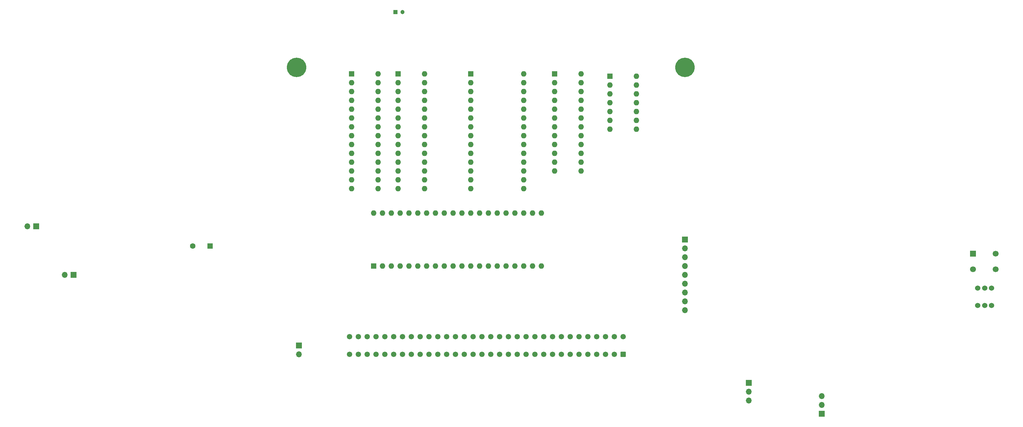
<source format=gbr>
%TF.GenerationSoftware,KiCad,Pcbnew,7.0.11+dfsg-1build4*%
%TF.CreationDate,2025-05-04T19:09:06+02:00*%
%TF.ProjectId,cpu_board_03,6370755f-626f-4617-9264-5f30332e6b69,rev?*%
%TF.SameCoordinates,Original*%
%TF.FileFunction,Copper,L3,Inr*%
%TF.FilePolarity,Positive*%
%FSLAX46Y46*%
G04 Gerber Fmt 4.6, Leading zero omitted, Abs format (unit mm)*
G04 Created by KiCad (PCBNEW 7.0.11+dfsg-1build4) date 2025-05-04 19:09:06*
%MOMM*%
%LPD*%
G01*
G04 APERTURE LIST*
G04 Aperture macros list*
%AMRoundRect*
0 Rectangle with rounded corners*
0 $1 Rounding radius*
0 $2 $3 $4 $5 $6 $7 $8 $9 X,Y pos of 4 corners*
0 Add a 4 corners polygon primitive as box body*
4,1,4,$2,$3,$4,$5,$6,$7,$8,$9,$2,$3,0*
0 Add four circle primitives for the rounded corners*
1,1,$1+$1,$2,$3*
1,1,$1+$1,$4,$5*
1,1,$1+$1,$6,$7*
1,1,$1+$1,$8,$9*
0 Add four rect primitives between the rounded corners*
20,1,$1+$1,$2,$3,$4,$5,0*
20,1,$1+$1,$4,$5,$6,$7,0*
20,1,$1+$1,$6,$7,$8,$9,0*
20,1,$1+$1,$8,$9,$2,$3,0*%
G04 Aperture macros list end*
%TA.AperFunction,ComponentPad*%
%ADD10O,1.600000X1.600000*%
%TD*%
%TA.AperFunction,ComponentPad*%
%ADD11R,1.600000X1.600000*%
%TD*%
%TA.AperFunction,ComponentPad*%
%ADD12C,1.524000*%
%TD*%
%TA.AperFunction,ComponentPad*%
%ADD13C,1.600000*%
%TD*%
%TA.AperFunction,ComponentPad*%
%ADD14O,1.700000X1.700000*%
%TD*%
%TA.AperFunction,ComponentPad*%
%ADD15R,1.700000X1.700000*%
%TD*%
%TA.AperFunction,ComponentPad*%
%ADD16C,1.700000*%
%TD*%
%TA.AperFunction,ComponentPad*%
%ADD17C,1.200000*%
%TD*%
%TA.AperFunction,ComponentPad*%
%ADD18R,1.200000X1.200000*%
%TD*%
%TA.AperFunction,ComponentPad*%
%ADD19C,5.600000*%
%TD*%
%TA.AperFunction,ComponentPad*%
%ADD20C,1.550000*%
%TD*%
%TA.AperFunction,ComponentPad*%
%ADD21RoundRect,0.249999X0.525001X0.525001X-0.525001X0.525001X-0.525001X-0.525001X0.525001X-0.525001X0*%
%TD*%
G04 APERTURE END LIST*
D10*
%TO.N,VCC*%
%TO.C,U7*%
X63500000Y-20955000D03*
%TO.N,/~{QWE_RAM}*%
X63500000Y-23495000D03*
%TO.N,/A13*%
X63500000Y-26035000D03*
%TO.N,/A8*%
X63500000Y-28575000D03*
%TO.N,/A9*%
X63500000Y-31115000D03*
%TO.N,/A11*%
X63500000Y-33655000D03*
%TO.N,/~{QOE}*%
X63500000Y-36195000D03*
%TO.N,/A10*%
X63500000Y-38735000D03*
%TO.N,/~{CS_RAM1}*%
X63500000Y-41275000D03*
%TO.N,/D7*%
X63500000Y-43815000D03*
%TO.N,/D6*%
X63500000Y-46355000D03*
%TO.N,/D5*%
X63500000Y-48895000D03*
%TO.N,/D4*%
X63500000Y-51435000D03*
%TO.N,/D3*%
X63500000Y-53975000D03*
%TO.N,GND*%
X55880000Y-53975000D03*
%TO.N,/D2*%
X55880000Y-51435000D03*
%TO.N,/D1*%
X55880000Y-48895000D03*
%TO.N,/D0*%
X55880000Y-46355000D03*
%TO.N,/A0*%
X55880000Y-43815000D03*
%TO.N,/A1*%
X55880000Y-41275000D03*
%TO.N,/A2*%
X55880000Y-38735000D03*
%TO.N,/A3*%
X55880000Y-36195000D03*
%TO.N,/A4*%
X55880000Y-33655000D03*
%TO.N,/A5*%
X55880000Y-31115000D03*
%TO.N,/A6*%
X55880000Y-28575000D03*
%TO.N,/A7*%
X55880000Y-26035000D03*
%TO.N,/A12*%
X55880000Y-23495000D03*
D11*
%TO.N,/A14*%
X55880000Y-20955000D03*
%TD*%
D12*
%TO.N,unconnected-(SW2B-C-Pad6)*%
%TO.C,SW2*%
X226695000Y-87550000D03*
%TO.N,Net-(J6-Pin_2)*%
X224695000Y-87550000D03*
%TO.N,GND*%
X222695000Y-87550000D03*
%TO.N,unconnected-(SW2A-C-Pad3)*%
X226695000Y-82550000D03*
%TO.N,Net-(J6-Pin_1)*%
X224695000Y-82550000D03*
%TO.N,VCC*%
X222695000Y-82550000D03*
%TD*%
D10*
%TO.N,VCC*%
%TO.C,U2*%
X50165000Y-20955000D03*
%TO.N,/~{QWE_RAM}*%
X50165000Y-23495000D03*
%TO.N,/A13*%
X50165000Y-26035000D03*
%TO.N,/A8*%
X50165000Y-28575000D03*
%TO.N,/A9*%
X50165000Y-31115000D03*
%TO.N,/A11*%
X50165000Y-33655000D03*
%TO.N,/~{QOE}*%
X50165000Y-36195000D03*
%TO.N,/A10*%
X50165000Y-38735000D03*
%TO.N,/~{CS_RAM0}*%
X50165000Y-41275000D03*
%TO.N,/D7*%
X50165000Y-43815000D03*
%TO.N,/D6*%
X50165000Y-46355000D03*
%TO.N,/D5*%
X50165000Y-48895000D03*
%TO.N,/D4*%
X50165000Y-51435000D03*
%TO.N,/D3*%
X50165000Y-53975000D03*
%TO.N,GND*%
X42545000Y-53975000D03*
%TO.N,/D2*%
X42545000Y-51435000D03*
%TO.N,/D1*%
X42545000Y-48895000D03*
%TO.N,/D0*%
X42545000Y-46355000D03*
%TO.N,/A0*%
X42545000Y-43815000D03*
%TO.N,/A1*%
X42545000Y-41275000D03*
%TO.N,/A2*%
X42545000Y-38735000D03*
%TO.N,/A3*%
X42545000Y-36195000D03*
%TO.N,/A4*%
X42545000Y-33655000D03*
%TO.N,/A5*%
X42545000Y-31115000D03*
%TO.N,/A6*%
X42545000Y-28575000D03*
%TO.N,/A7*%
X42545000Y-26035000D03*
%TO.N,/A12*%
X42545000Y-23495000D03*
D11*
%TO.N,/A14*%
X42545000Y-20955000D03*
%TD*%
D13*
%TO.N,GND*%
%TO.C,C11*%
X-3232349Y-70485000D03*
D11*
%TO.N,VCC*%
X1767651Y-70485000D03*
%TD*%
D14*
%TO.N,/GPIO00_O0*%
%TO.C,J11*%
X138430000Y-88900000D03*
%TO.N,/GPIO00_O1*%
X138430000Y-86360000D03*
%TO.N,/GPIO00_O2*%
X138430000Y-83820000D03*
%TO.N,/GPIO00_O3*%
X138430000Y-81280000D03*
%TO.N,/GPIO00_O4*%
X138430000Y-78740000D03*
%TO.N,/GPIO00_O5*%
X138430000Y-76200000D03*
%TO.N,/GPIO00_O6*%
X138430000Y-73660000D03*
%TO.N,/GPIO00_O7*%
X138430000Y-71120000D03*
D15*
%TO.N,GND*%
X138430000Y-68580000D03*
%TD*%
D16*
%TO.N,GND*%
%TO.C,SW1*%
X227850000Y-77180000D03*
X221350000Y-77180000D03*
%TO.N,Net-(U9-~{PB_RST})*%
X227850000Y-72680000D03*
D15*
X221350000Y-72680000D03*
%TD*%
D14*
%TO.N,VCC*%
%TO.C,J7*%
X-50800000Y-64770000D03*
D15*
%TO.N,/~{IRQ}*%
X-48260000Y-64770000D03*
%TD*%
D10*
%TO.N,VCC*%
%TO.C,U3*%
X92075000Y-20955000D03*
%TO.N,/A14*%
X92075000Y-23495000D03*
%TO.N,/A13*%
X92075000Y-26035000D03*
%TO.N,/A8*%
X92075000Y-28575000D03*
%TO.N,/A9*%
X92075000Y-31115000D03*
%TO.N,/A11*%
X92075000Y-33655000D03*
%TO.N,/~{QOE}*%
X92075000Y-36195000D03*
%TO.N,/A10*%
X92075000Y-38735000D03*
%TO.N,/~{CS_ROM}*%
X92075000Y-41275000D03*
%TO.N,/D7*%
X92075000Y-43815000D03*
%TO.N,/D6*%
X92075000Y-46355000D03*
%TO.N,/D5*%
X92075000Y-48895000D03*
%TO.N,/D4*%
X92075000Y-51435000D03*
%TO.N,/D3*%
X92075000Y-53975000D03*
%TO.N,GND*%
X76835000Y-53975000D03*
%TO.N,/D2*%
X76835000Y-51435000D03*
%TO.N,/D1*%
X76835000Y-48895000D03*
%TO.N,/D0*%
X76835000Y-46355000D03*
%TO.N,/A0*%
X76835000Y-43815000D03*
%TO.N,/A1*%
X76835000Y-41275000D03*
%TO.N,/A2*%
X76835000Y-38735000D03*
%TO.N,/A3*%
X76835000Y-36195000D03*
%TO.N,/A4*%
X76835000Y-33655000D03*
%TO.N,/A5*%
X76835000Y-31115000D03*
%TO.N,/A6*%
X76835000Y-28575000D03*
%TO.N,/A7*%
X76835000Y-26035000D03*
%TO.N,/A12*%
X76835000Y-23495000D03*
D11*
%TO.N,/A15*%
X76835000Y-20955000D03*
%TD*%
D14*
%TO.N,/PLD_O7*%
%TO.C,J10*%
X156845000Y-114935000D03*
%TO.N,/PLD_O0*%
X156845000Y-112395000D03*
D15*
%TO.N,/PLD_I1*%
X156845000Y-109855000D03*
%TD*%
D17*
%TO.N,GND*%
%TO.C,C12*%
X57150000Y-3175000D03*
D18*
%TO.N,VCC*%
X55150000Y-3175000D03*
%TD*%
D10*
%TO.N,VCC*%
%TO.C,U4*%
X108595000Y-20950000D03*
%TO.N,/PLD_O0*%
X108595000Y-23490000D03*
%TO.N,/~{QWE_RAM}*%
X108595000Y-26030000D03*
%TO.N,/~{QOE}*%
X108595000Y-28570000D03*
%TO.N,/~{CS_RAM1}*%
X108595000Y-31110000D03*
%TO.N,/~{CS_RAM0}*%
X108595000Y-33650000D03*
%TO.N,/~{CS_ROM}*%
X108595000Y-36190000D03*
%TO.N,/~{IO_SEL}*%
X108595000Y-38730000D03*
%TO.N,/PLD_O7*%
X108595000Y-41270000D03*
%TO.N,/SYS_CLK*%
X108595000Y-43810000D03*
%TO.N,/~{SYS_CLK}*%
X108595000Y-46350000D03*
%TO.N,Net-(J9-Pin_2)*%
X108595000Y-48890000D03*
%TO.N,GND*%
X100975000Y-48890000D03*
%TO.N,/A15*%
X100975000Y-46350000D03*
%TO.N,/A14*%
X100975000Y-43810000D03*
%TO.N,/A13*%
X100975000Y-41270000D03*
%TO.N,/A12*%
X100975000Y-38730000D03*
%TO.N,/A11*%
X100975000Y-36190000D03*
%TO.N,/A10*%
X100975000Y-33650000D03*
%TO.N,/A9*%
X100975000Y-31110000D03*
%TO.N,/A8*%
X100975000Y-28570000D03*
%TO.N,/PLD_I1*%
X100975000Y-26030000D03*
%TO.N,/R{slash}~{W}*%
X100975000Y-23490000D03*
D11*
%TO.N,/CLOCK*%
X100975000Y-20950000D03*
%TD*%
D14*
%TO.N,VCC*%
%TO.C,J8*%
X-40005000Y-78740000D03*
D15*
%TO.N,/~{NMI}*%
X-37465000Y-78740000D03*
%TD*%
D10*
%TO.N,/~{RES}*%
%TO.C,U1*%
X48895000Y-60960000D03*
%TO.N,unconnected-(U1-\u03D52-Pad39)*%
X51435000Y-60960000D03*
%TO.N,unconnected-(U1-~{SO}-Pad38)*%
X53975000Y-60960000D03*
%TO.N,/SYS_CLK*%
X56515000Y-60960000D03*
%TO.N,VCC*%
X59055000Y-60960000D03*
%TO.N,unconnected-(U1-nc-Pad35)*%
X61595000Y-60960000D03*
%TO.N,/R{slash}~{W}*%
X64135000Y-60960000D03*
%TO.N,/D0*%
X66675000Y-60960000D03*
%TO.N,/D1*%
X69215000Y-60960000D03*
%TO.N,/D2*%
X71755000Y-60960000D03*
%TO.N,/D3*%
X74295000Y-60960000D03*
%TO.N,/D4*%
X76835000Y-60960000D03*
%TO.N,/D5*%
X79375000Y-60960000D03*
%TO.N,/D6*%
X81915000Y-60960000D03*
%TO.N,/D7*%
X84455000Y-60960000D03*
%TO.N,/A15*%
X86995000Y-60960000D03*
%TO.N,/A14*%
X89535000Y-60960000D03*
%TO.N,/A13*%
X92075000Y-60960000D03*
%TO.N,/A12*%
X94615000Y-60960000D03*
%TO.N,GND*%
X97155000Y-60960000D03*
%TO.N,/A11*%
X97155000Y-76200000D03*
%TO.N,/A10*%
X94615000Y-76200000D03*
%TO.N,/A9*%
X92075000Y-76200000D03*
%TO.N,/A8*%
X89535000Y-76200000D03*
%TO.N,/A7*%
X86995000Y-76200000D03*
%TO.N,/A6*%
X84455000Y-76200000D03*
%TO.N,/A5*%
X81915000Y-76200000D03*
%TO.N,/A4*%
X79375000Y-76200000D03*
%TO.N,/A3*%
X76835000Y-76200000D03*
%TO.N,/A2*%
X74295000Y-76200000D03*
%TO.N,/A1*%
X71755000Y-76200000D03*
%TO.N,/A0*%
X69215000Y-76200000D03*
%TO.N,VCC*%
X66675000Y-76200000D03*
%TO.N,unconnected-(U1-SYNC-Pad7)*%
X64135000Y-76200000D03*
%TO.N,/~{NMI}*%
X61595000Y-76200000D03*
%TO.N,unconnected-(U1-~{ML}-Pad5)*%
X59055000Y-76200000D03*
%TO.N,/~{IRQ}*%
X56515000Y-76200000D03*
%TO.N,unconnected-(U1-\u03D51-Pad3)*%
X53975000Y-76200000D03*
%TO.N,VCC*%
X51435000Y-76200000D03*
D11*
%TO.N,unconnected-(U1-~{VP}-Pad1)*%
X48895000Y-76200000D03*
%TD*%
D14*
%TO.N,GND*%
%TO.C,J9*%
X177800000Y-113665000D03*
%TO.N,Net-(J9-Pin_2)*%
X177800000Y-116205000D03*
D15*
%TO.N,VCC*%
X177800000Y-118745000D03*
%TD*%
D19*
%TO.N,GND*%
%TO.C,H1*%
X26670000Y-19050000D03*
%TD*%
D14*
%TO.N,Net-(J6-Pin_2)*%
%TO.C,J6*%
X27330000Y-101600000D03*
D15*
%TO.N,Net-(J6-Pin_1)*%
X27330000Y-99060000D03*
%TD*%
D10*
%TO.N,VCC*%
%TO.C,X1*%
X124470000Y-21585000D03*
%TO.N,N/C*%
X124470000Y-24125000D03*
X124470000Y-26665000D03*
%TO.N,VCC*%
X124470000Y-29205000D03*
%TO.N,N/C*%
X124470000Y-31745000D03*
X124470000Y-34285000D03*
%TO.N,/CLOCK*%
X124470000Y-36825000D03*
%TO.N,GND*%
X116850000Y-36825000D03*
%TO.N,N/C*%
X116850000Y-34285000D03*
X116850000Y-31745000D03*
X116850000Y-29205000D03*
X116850000Y-26665000D03*
X116850000Y-24125000D03*
D11*
%TO.N,unconnected-(X1-NC-Pad1)*%
X116850000Y-21585000D03*
%TD*%
D20*
%TO.N,GND*%
%TO.C,J1*%
X41910000Y-96520000D03*
%TO.N,/~{RES}*%
X44450000Y-96520000D03*
%TO.N,/RES*%
X46990000Y-96520000D03*
%TO.N,unconnected-(J1-Pin_c29-Padc29)*%
X49530000Y-96520000D03*
%TO.N,unconnected-(J1-Pin_c28-Padc28)*%
X52070000Y-96520000D03*
%TO.N,unconnected-(J1-Pin_c27-Padc27)*%
X54610000Y-96520000D03*
%TO.N,unconnected-(J1-Pin_c26-Padc26)*%
X57150000Y-96520000D03*
%TO.N,unconnected-(J1-Pin_c25-Padc25)*%
X59690000Y-96520000D03*
%TO.N,unconnected-(J1-Pin_c24-Padc24)*%
X62230000Y-96520000D03*
%TO.N,unconnected-(J1-Pin_c23-Padc23)*%
X64770000Y-96520000D03*
%TO.N,unconnected-(J1-Pin_c22-Padc22)*%
X67310000Y-96520000D03*
%TO.N,unconnected-(J1-Pin_c21-Padc21)*%
X69850000Y-96520000D03*
%TO.N,unconnected-(J1-Pin_c20-Padc20)*%
X72390000Y-96520000D03*
%TO.N,unconnected-(J1-Pin_c19-Padc19)*%
X74930000Y-96520000D03*
%TO.N,GND*%
X77470000Y-96520000D03*
%TO.N,unconnected-(J1-Pin_c17-Padc17)*%
X80010000Y-96520000D03*
%TO.N,unconnected-(J1-Pin_c16-Padc16)*%
X82550000Y-96520000D03*
%TO.N,unconnected-(J1-Pin_c15-Padc15)*%
X85090000Y-96520000D03*
%TO.N,unconnected-(J1-Pin_c14-Padc14)*%
X87630000Y-96520000D03*
%TO.N,unconnected-(J1-Pin_c13-Padc13)*%
X90170000Y-96520000D03*
%TO.N,unconnected-(J1-Pin_c12-Padc12)*%
X92710000Y-96520000D03*
%TO.N,unconnected-(J1-Pin_c11-Padc11)*%
X95250000Y-96520000D03*
%TO.N,unconnected-(J1-Pin_c10-Padc10)*%
X97790000Y-96520000D03*
%TO.N,/DB0*%
X100330000Y-96520000D03*
%TO.N,/DB1*%
X102870000Y-96520000D03*
%TO.N,/DB2*%
X105410000Y-96520000D03*
%TO.N,/DB3*%
X107950000Y-96520000D03*
%TO.N,/DB4*%
X110490000Y-96520000D03*
%TO.N,/DB5*%
X113030000Y-96520000D03*
%TO.N,/DB6*%
X115570000Y-96520000D03*
%TO.N,/DB7*%
X118110000Y-96520000D03*
%TO.N,GND*%
X120650000Y-96520000D03*
%TO.N,VCC*%
X41910000Y-101600000D03*
%TO.N,/~{IOEN_00_GPIO0}*%
X44450000Y-101600000D03*
%TO.N,/~{IOEN_01}*%
X46990000Y-101600000D03*
%TO.N,/~{IOEN_02}*%
X49530000Y-101600000D03*
%TO.N,/~{IOEN_03}*%
X52070000Y-101600000D03*
%TO.N,/~{IOEN_04}*%
X54610000Y-101600000D03*
%TO.N,/~{IOEN_05}*%
X57150000Y-101600000D03*
%TO.N,/~{IOEN_06}*%
X59690000Y-101600000D03*
%TO.N,/~{IOEN_07}*%
X62230000Y-101600000D03*
%TO.N,/~{IO_SEL}*%
X64770000Y-101600000D03*
%TO.N,/SYS_CLK*%
X67310000Y-101600000D03*
%TO.N,/~{SYS_CLK}*%
X69850000Y-101600000D03*
%TO.N,unconnected-(J1-Pin_a20-Pada20)*%
X72390000Y-101600000D03*
%TO.N,unconnected-(J1-Pin_a19-Pada19)*%
X74930000Y-101600000D03*
%TO.N,VCC*%
X77470000Y-101600000D03*
%TO.N,/AB0*%
X80010000Y-101600000D03*
%TO.N,/AB1*%
X82550000Y-101600000D03*
%TO.N,/AB2*%
X85090000Y-101600000D03*
%TO.N,/AB3*%
X87630000Y-101600000D03*
%TO.N,/AB4*%
X90170000Y-101600000D03*
%TO.N,/AB5*%
X92710000Y-101600000D03*
%TO.N,/AB6*%
X95250000Y-101600000D03*
%TO.N,/AB7*%
X97790000Y-101600000D03*
%TO.N,/AB8*%
X100330000Y-101600000D03*
%TO.N,/AB9*%
X102870000Y-101600000D03*
%TO.N,/AB10*%
X105410000Y-101600000D03*
%TO.N,/AB11*%
X107950000Y-101600000D03*
%TO.N,/AB12*%
X110490000Y-101600000D03*
%TO.N,/AB13*%
X113030000Y-101600000D03*
%TO.N,/AB14*%
X115570000Y-101600000D03*
%TO.N,/AB15*%
X118110000Y-101600000D03*
D21*
%TO.N,VCC*%
X120650000Y-101600000D03*
%TD*%
D19*
%TO.N,GND*%
%TO.C,H2*%
X138430000Y-19050000D03*
%TD*%
M02*

</source>
